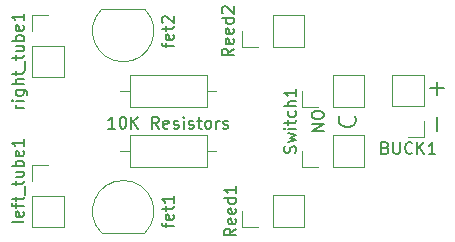
<source format=gto>
%TF.GenerationSoftware,KiCad,Pcbnew,(6.0.4)*%
%TF.CreationDate,2022-04-14T21:23:52-04:00*%
%TF.ProjectId,GEN3,47454e33-2e6b-4696-9361-645f70636258,rev?*%
%TF.SameCoordinates,Original*%
%TF.FileFunction,Legend,Top*%
%TF.FilePolarity,Positive*%
%FSLAX46Y46*%
G04 Gerber Fmt 4.6, Leading zero omitted, Abs format (unit mm)*
G04 Created by KiCad (PCBNEW (6.0.4)) date 2022-04-14 21:23:52*
%MOMM*%
%LPD*%
G01*
G04 APERTURE LIST*
%ADD10C,0.150000*%
%ADD11C,0.120000*%
G04 APERTURE END LIST*
D10*
X146502380Y-84629523D02*
X145502380Y-84629523D01*
X146502380Y-84058095D01*
X145502380Y-84058095D01*
X145502380Y-83391428D02*
X145502380Y-83200952D01*
X145550000Y-83105714D01*
X145645238Y-83010476D01*
X145835714Y-82962857D01*
X146169047Y-82962857D01*
X146359523Y-83010476D01*
X146454761Y-83105714D01*
X146502380Y-83200952D01*
X146502380Y-83391428D01*
X146454761Y-83486666D01*
X146359523Y-83581904D01*
X146169047Y-83629523D01*
X145835714Y-83629523D01*
X145645238Y-83581904D01*
X145550000Y-83486666D01*
X145502380Y-83391428D01*
X149125714Y-83355714D02*
X149197142Y-83427142D01*
X149268571Y-83641428D01*
X149268571Y-83784285D01*
X149197142Y-83998571D01*
X149054285Y-84141428D01*
X148911428Y-84212857D01*
X148625714Y-84284285D01*
X148411428Y-84284285D01*
X148125714Y-84212857D01*
X147982857Y-84141428D01*
X147840000Y-83998571D01*
X147768571Y-83784285D01*
X147768571Y-83641428D01*
X147840000Y-83427142D01*
X147911428Y-83355714D01*
X156102857Y-80478571D02*
X156102857Y-81621428D01*
X155531428Y-81050000D02*
X156674285Y-81050000D01*
X156102857Y-83478571D02*
X156102857Y-84621428D01*
%TO.C,fet1*%
X133135714Y-92820952D02*
X133135714Y-92440000D01*
X133802380Y-92678095D02*
X132945238Y-92678095D01*
X132850000Y-92630476D01*
X132802380Y-92535238D01*
X132802380Y-92440000D01*
X133754761Y-91725714D02*
X133802380Y-91820952D01*
X133802380Y-92011428D01*
X133754761Y-92106666D01*
X133659523Y-92154285D01*
X133278571Y-92154285D01*
X133183333Y-92106666D01*
X133135714Y-92011428D01*
X133135714Y-91820952D01*
X133183333Y-91725714D01*
X133278571Y-91678095D01*
X133373809Y-91678095D01*
X133469047Y-92154285D01*
X133135714Y-91392380D02*
X133135714Y-91011428D01*
X132802380Y-91249523D02*
X133659523Y-91249523D01*
X133754761Y-91201904D01*
X133802380Y-91106666D01*
X133802380Y-91011428D01*
X133802380Y-90154285D02*
X133802380Y-90725714D01*
X133802380Y-90440000D02*
X132802380Y-90440000D01*
X132945238Y-90535238D01*
X133040476Y-90630476D01*
X133088095Y-90725714D01*
%TO.C,Switch1*%
X144124761Y-86510476D02*
X144172380Y-86367619D01*
X144172380Y-86129523D01*
X144124761Y-86034285D01*
X144077142Y-85986666D01*
X143981904Y-85939047D01*
X143886666Y-85939047D01*
X143791428Y-85986666D01*
X143743809Y-86034285D01*
X143696190Y-86129523D01*
X143648571Y-86320000D01*
X143600952Y-86415238D01*
X143553333Y-86462857D01*
X143458095Y-86510476D01*
X143362857Y-86510476D01*
X143267619Y-86462857D01*
X143220000Y-86415238D01*
X143172380Y-86320000D01*
X143172380Y-86081904D01*
X143220000Y-85939047D01*
X143505714Y-85605714D02*
X144172380Y-85415238D01*
X143696190Y-85224761D01*
X144172380Y-85034285D01*
X143505714Y-84843809D01*
X144172380Y-84462857D02*
X143505714Y-84462857D01*
X143172380Y-84462857D02*
X143220000Y-84510476D01*
X143267619Y-84462857D01*
X143220000Y-84415238D01*
X143172380Y-84462857D01*
X143267619Y-84462857D01*
X143505714Y-84129523D02*
X143505714Y-83748571D01*
X143172380Y-83986666D02*
X144029523Y-83986666D01*
X144124761Y-83939047D01*
X144172380Y-83843809D01*
X144172380Y-83748571D01*
X144124761Y-82986666D02*
X144172380Y-83081904D01*
X144172380Y-83272380D01*
X144124761Y-83367619D01*
X144077142Y-83415238D01*
X143981904Y-83462857D01*
X143696190Y-83462857D01*
X143600952Y-83415238D01*
X143553333Y-83367619D01*
X143505714Y-83272380D01*
X143505714Y-83081904D01*
X143553333Y-82986666D01*
X144172380Y-82558095D02*
X143172380Y-82558095D01*
X144172380Y-82129523D02*
X143648571Y-82129523D01*
X143553333Y-82177142D01*
X143505714Y-82272380D01*
X143505714Y-82415238D01*
X143553333Y-82510476D01*
X143600952Y-82558095D01*
X144172380Y-81129523D02*
X144172380Y-81700952D01*
X144172380Y-81415238D02*
X143172380Y-81415238D01*
X143315238Y-81510476D01*
X143410476Y-81605714D01*
X143458095Y-81700952D01*
%TO.C,10K Resistors*%
X128850000Y-84442380D02*
X128278571Y-84442380D01*
X128564285Y-84442380D02*
X128564285Y-83442380D01*
X128469047Y-83585238D01*
X128373809Y-83680476D01*
X128278571Y-83728095D01*
X129469047Y-83442380D02*
X129564285Y-83442380D01*
X129659523Y-83490000D01*
X129707142Y-83537619D01*
X129754761Y-83632857D01*
X129802380Y-83823333D01*
X129802380Y-84061428D01*
X129754761Y-84251904D01*
X129707142Y-84347142D01*
X129659523Y-84394761D01*
X129564285Y-84442380D01*
X129469047Y-84442380D01*
X129373809Y-84394761D01*
X129326190Y-84347142D01*
X129278571Y-84251904D01*
X129230952Y-84061428D01*
X129230952Y-83823333D01*
X129278571Y-83632857D01*
X129326190Y-83537619D01*
X129373809Y-83490000D01*
X129469047Y-83442380D01*
X130230952Y-84442380D02*
X130230952Y-83442380D01*
X130802380Y-84442380D02*
X130373809Y-83870952D01*
X130802380Y-83442380D02*
X130230952Y-84013809D01*
X132564285Y-84442380D02*
X132230952Y-83966190D01*
X131992857Y-84442380D02*
X131992857Y-83442380D01*
X132373809Y-83442380D01*
X132469047Y-83490000D01*
X132516666Y-83537619D01*
X132564285Y-83632857D01*
X132564285Y-83775714D01*
X132516666Y-83870952D01*
X132469047Y-83918571D01*
X132373809Y-83966190D01*
X131992857Y-83966190D01*
X133373809Y-84394761D02*
X133278571Y-84442380D01*
X133088095Y-84442380D01*
X132992857Y-84394761D01*
X132945238Y-84299523D01*
X132945238Y-83918571D01*
X132992857Y-83823333D01*
X133088095Y-83775714D01*
X133278571Y-83775714D01*
X133373809Y-83823333D01*
X133421428Y-83918571D01*
X133421428Y-84013809D01*
X132945238Y-84109047D01*
X133802380Y-84394761D02*
X133897619Y-84442380D01*
X134088095Y-84442380D01*
X134183333Y-84394761D01*
X134230952Y-84299523D01*
X134230952Y-84251904D01*
X134183333Y-84156666D01*
X134088095Y-84109047D01*
X133945238Y-84109047D01*
X133850000Y-84061428D01*
X133802380Y-83966190D01*
X133802380Y-83918571D01*
X133850000Y-83823333D01*
X133945238Y-83775714D01*
X134088095Y-83775714D01*
X134183333Y-83823333D01*
X134659523Y-84442380D02*
X134659523Y-83775714D01*
X134659523Y-83442380D02*
X134611904Y-83490000D01*
X134659523Y-83537619D01*
X134707142Y-83490000D01*
X134659523Y-83442380D01*
X134659523Y-83537619D01*
X135088095Y-84394761D02*
X135183333Y-84442380D01*
X135373809Y-84442380D01*
X135469047Y-84394761D01*
X135516666Y-84299523D01*
X135516666Y-84251904D01*
X135469047Y-84156666D01*
X135373809Y-84109047D01*
X135230952Y-84109047D01*
X135135714Y-84061428D01*
X135088095Y-83966190D01*
X135088095Y-83918571D01*
X135135714Y-83823333D01*
X135230952Y-83775714D01*
X135373809Y-83775714D01*
X135469047Y-83823333D01*
X135802380Y-83775714D02*
X136183333Y-83775714D01*
X135945238Y-83442380D02*
X135945238Y-84299523D01*
X135992857Y-84394761D01*
X136088095Y-84442380D01*
X136183333Y-84442380D01*
X136659523Y-84442380D02*
X136564285Y-84394761D01*
X136516666Y-84347142D01*
X136469047Y-84251904D01*
X136469047Y-83966190D01*
X136516666Y-83870952D01*
X136564285Y-83823333D01*
X136659523Y-83775714D01*
X136802380Y-83775714D01*
X136897619Y-83823333D01*
X136945238Y-83870952D01*
X136992857Y-83966190D01*
X136992857Y-84251904D01*
X136945238Y-84347142D01*
X136897619Y-84394761D01*
X136802380Y-84442380D01*
X136659523Y-84442380D01*
X137421428Y-84442380D02*
X137421428Y-83775714D01*
X137421428Y-83966190D02*
X137469047Y-83870952D01*
X137516666Y-83823333D01*
X137611904Y-83775714D01*
X137707142Y-83775714D01*
X137992857Y-84394761D02*
X138088095Y-84442380D01*
X138278571Y-84442380D01*
X138373809Y-84394761D01*
X138421428Y-84299523D01*
X138421428Y-84251904D01*
X138373809Y-84156666D01*
X138278571Y-84109047D01*
X138135714Y-84109047D01*
X138040476Y-84061428D01*
X137992857Y-83966190D01*
X137992857Y-83918571D01*
X138040476Y-83823333D01*
X138135714Y-83775714D01*
X138278571Y-83775714D01*
X138373809Y-83823333D01*
%TO.C,BUCK1*%
X151741428Y-86078571D02*
X151884285Y-86126190D01*
X151931904Y-86173809D01*
X151979523Y-86269047D01*
X151979523Y-86411904D01*
X151931904Y-86507142D01*
X151884285Y-86554761D01*
X151789047Y-86602380D01*
X151408095Y-86602380D01*
X151408095Y-85602380D01*
X151741428Y-85602380D01*
X151836666Y-85650000D01*
X151884285Y-85697619D01*
X151931904Y-85792857D01*
X151931904Y-85888095D01*
X151884285Y-85983333D01*
X151836666Y-86030952D01*
X151741428Y-86078571D01*
X151408095Y-86078571D01*
X152408095Y-85602380D02*
X152408095Y-86411904D01*
X152455714Y-86507142D01*
X152503333Y-86554761D01*
X152598571Y-86602380D01*
X152789047Y-86602380D01*
X152884285Y-86554761D01*
X152931904Y-86507142D01*
X152979523Y-86411904D01*
X152979523Y-85602380D01*
X154027142Y-86507142D02*
X153979523Y-86554761D01*
X153836666Y-86602380D01*
X153741428Y-86602380D01*
X153598571Y-86554761D01*
X153503333Y-86459523D01*
X153455714Y-86364285D01*
X153408095Y-86173809D01*
X153408095Y-86030952D01*
X153455714Y-85840476D01*
X153503333Y-85745238D01*
X153598571Y-85650000D01*
X153741428Y-85602380D01*
X153836666Y-85602380D01*
X153979523Y-85650000D01*
X154027142Y-85697619D01*
X154455714Y-86602380D02*
X154455714Y-85602380D01*
X155027142Y-86602380D02*
X154598571Y-86030952D01*
X155027142Y-85602380D02*
X154455714Y-86173809D01*
X155979523Y-86602380D02*
X155408095Y-86602380D01*
X155693809Y-86602380D02*
X155693809Y-85602380D01*
X155598571Y-85745238D01*
X155503333Y-85840476D01*
X155408095Y-85888095D01*
%TO.C,Reed1*%
X139092380Y-92916190D02*
X138616190Y-93249523D01*
X139092380Y-93487619D02*
X138092380Y-93487619D01*
X138092380Y-93106666D01*
X138140000Y-93011428D01*
X138187619Y-92963809D01*
X138282857Y-92916190D01*
X138425714Y-92916190D01*
X138520952Y-92963809D01*
X138568571Y-93011428D01*
X138616190Y-93106666D01*
X138616190Y-93487619D01*
X139044761Y-92106666D02*
X139092380Y-92201904D01*
X139092380Y-92392380D01*
X139044761Y-92487619D01*
X138949523Y-92535238D01*
X138568571Y-92535238D01*
X138473333Y-92487619D01*
X138425714Y-92392380D01*
X138425714Y-92201904D01*
X138473333Y-92106666D01*
X138568571Y-92059047D01*
X138663809Y-92059047D01*
X138759047Y-92535238D01*
X139044761Y-91249523D02*
X139092380Y-91344761D01*
X139092380Y-91535238D01*
X139044761Y-91630476D01*
X138949523Y-91678095D01*
X138568571Y-91678095D01*
X138473333Y-91630476D01*
X138425714Y-91535238D01*
X138425714Y-91344761D01*
X138473333Y-91249523D01*
X138568571Y-91201904D01*
X138663809Y-91201904D01*
X138759047Y-91678095D01*
X139092380Y-90344761D02*
X138092380Y-90344761D01*
X139044761Y-90344761D02*
X139092380Y-90440000D01*
X139092380Y-90630476D01*
X139044761Y-90725714D01*
X138997142Y-90773333D01*
X138901904Y-90820952D01*
X138616190Y-90820952D01*
X138520952Y-90773333D01*
X138473333Y-90725714D01*
X138425714Y-90630476D01*
X138425714Y-90440000D01*
X138473333Y-90344761D01*
X139092380Y-89344761D02*
X139092380Y-89916190D01*
X139092380Y-89630476D02*
X138092380Y-89630476D01*
X138235238Y-89725714D01*
X138330476Y-89820952D01*
X138378095Y-89916190D01*
%TO.C,fet2*%
X133135714Y-77580952D02*
X133135714Y-77200000D01*
X133802380Y-77438095D02*
X132945238Y-77438095D01*
X132850000Y-77390476D01*
X132802380Y-77295238D01*
X132802380Y-77200000D01*
X133754761Y-76485714D02*
X133802380Y-76580952D01*
X133802380Y-76771428D01*
X133754761Y-76866666D01*
X133659523Y-76914285D01*
X133278571Y-76914285D01*
X133183333Y-76866666D01*
X133135714Y-76771428D01*
X133135714Y-76580952D01*
X133183333Y-76485714D01*
X133278571Y-76438095D01*
X133373809Y-76438095D01*
X133469047Y-76914285D01*
X133135714Y-76152380D02*
X133135714Y-75771428D01*
X132802380Y-76009523D02*
X133659523Y-76009523D01*
X133754761Y-75961904D01*
X133802380Y-75866666D01*
X133802380Y-75771428D01*
X132897619Y-75485714D02*
X132850000Y-75438095D01*
X132802380Y-75342857D01*
X132802380Y-75104761D01*
X132850000Y-75009523D01*
X132897619Y-74961904D01*
X132992857Y-74914285D01*
X133088095Y-74914285D01*
X133230952Y-74961904D01*
X133802380Y-75533333D01*
X133802380Y-74914285D01*
%TO.C,right_tube1*%
X121102380Y-82716190D02*
X120435714Y-82716190D01*
X120626190Y-82716190D02*
X120530952Y-82668571D01*
X120483333Y-82620952D01*
X120435714Y-82525714D01*
X120435714Y-82430476D01*
X121102380Y-82097142D02*
X120435714Y-82097142D01*
X120102380Y-82097142D02*
X120150000Y-82144761D01*
X120197619Y-82097142D01*
X120150000Y-82049523D01*
X120102380Y-82097142D01*
X120197619Y-82097142D01*
X120435714Y-81192380D02*
X121245238Y-81192380D01*
X121340476Y-81240000D01*
X121388095Y-81287619D01*
X121435714Y-81382857D01*
X121435714Y-81525714D01*
X121388095Y-81620952D01*
X121054761Y-81192380D02*
X121102380Y-81287619D01*
X121102380Y-81478095D01*
X121054761Y-81573333D01*
X121007142Y-81620952D01*
X120911904Y-81668571D01*
X120626190Y-81668571D01*
X120530952Y-81620952D01*
X120483333Y-81573333D01*
X120435714Y-81478095D01*
X120435714Y-81287619D01*
X120483333Y-81192380D01*
X121102380Y-80716190D02*
X120102380Y-80716190D01*
X121102380Y-80287619D02*
X120578571Y-80287619D01*
X120483333Y-80335238D01*
X120435714Y-80430476D01*
X120435714Y-80573333D01*
X120483333Y-80668571D01*
X120530952Y-80716190D01*
X120435714Y-79954285D02*
X120435714Y-79573333D01*
X120102380Y-79811428D02*
X120959523Y-79811428D01*
X121054761Y-79763809D01*
X121102380Y-79668571D01*
X121102380Y-79573333D01*
X121197619Y-79478095D02*
X121197619Y-78716190D01*
X120435714Y-78620952D02*
X120435714Y-78240000D01*
X120102380Y-78478095D02*
X120959523Y-78478095D01*
X121054761Y-78430476D01*
X121102380Y-78335238D01*
X121102380Y-78240000D01*
X120435714Y-77478095D02*
X121102380Y-77478095D01*
X120435714Y-77906666D02*
X120959523Y-77906666D01*
X121054761Y-77859047D01*
X121102380Y-77763809D01*
X121102380Y-77620952D01*
X121054761Y-77525714D01*
X121007142Y-77478095D01*
X121102380Y-77001904D02*
X120102380Y-77001904D01*
X120483333Y-77001904D02*
X120435714Y-76906666D01*
X120435714Y-76716190D01*
X120483333Y-76620952D01*
X120530952Y-76573333D01*
X120626190Y-76525714D01*
X120911904Y-76525714D01*
X121007142Y-76573333D01*
X121054761Y-76620952D01*
X121102380Y-76716190D01*
X121102380Y-76906666D01*
X121054761Y-77001904D01*
X121054761Y-75716190D02*
X121102380Y-75811428D01*
X121102380Y-76001904D01*
X121054761Y-76097142D01*
X120959523Y-76144761D01*
X120578571Y-76144761D01*
X120483333Y-76097142D01*
X120435714Y-76001904D01*
X120435714Y-75811428D01*
X120483333Y-75716190D01*
X120578571Y-75668571D01*
X120673809Y-75668571D01*
X120769047Y-76144761D01*
X121102380Y-74716190D02*
X121102380Y-75287619D01*
X121102380Y-75001904D02*
X120102380Y-75001904D01*
X120245238Y-75097142D01*
X120340476Y-75192380D01*
X120388095Y-75287619D01*
%TO.C,Reed2*%
X138882380Y-77676190D02*
X138406190Y-78009523D01*
X138882380Y-78247619D02*
X137882380Y-78247619D01*
X137882380Y-77866666D01*
X137930000Y-77771428D01*
X137977619Y-77723809D01*
X138072857Y-77676190D01*
X138215714Y-77676190D01*
X138310952Y-77723809D01*
X138358571Y-77771428D01*
X138406190Y-77866666D01*
X138406190Y-78247619D01*
X138834761Y-76866666D02*
X138882380Y-76961904D01*
X138882380Y-77152380D01*
X138834761Y-77247619D01*
X138739523Y-77295238D01*
X138358571Y-77295238D01*
X138263333Y-77247619D01*
X138215714Y-77152380D01*
X138215714Y-76961904D01*
X138263333Y-76866666D01*
X138358571Y-76819047D01*
X138453809Y-76819047D01*
X138549047Y-77295238D01*
X138834761Y-76009523D02*
X138882380Y-76104761D01*
X138882380Y-76295238D01*
X138834761Y-76390476D01*
X138739523Y-76438095D01*
X138358571Y-76438095D01*
X138263333Y-76390476D01*
X138215714Y-76295238D01*
X138215714Y-76104761D01*
X138263333Y-76009523D01*
X138358571Y-75961904D01*
X138453809Y-75961904D01*
X138549047Y-76438095D01*
X138882380Y-75104761D02*
X137882380Y-75104761D01*
X138834761Y-75104761D02*
X138882380Y-75200000D01*
X138882380Y-75390476D01*
X138834761Y-75485714D01*
X138787142Y-75533333D01*
X138691904Y-75580952D01*
X138406190Y-75580952D01*
X138310952Y-75533333D01*
X138263333Y-75485714D01*
X138215714Y-75390476D01*
X138215714Y-75200000D01*
X138263333Y-75104761D01*
X137977619Y-74676190D02*
X137930000Y-74628571D01*
X137882380Y-74533333D01*
X137882380Y-74295238D01*
X137930000Y-74200000D01*
X137977619Y-74152380D01*
X138072857Y-74104761D01*
X138168095Y-74104761D01*
X138310952Y-74152380D01*
X138882380Y-74723809D01*
X138882380Y-74104761D01*
%TO.C,left_tube1*%
X121102380Y-92257142D02*
X121054761Y-92352380D01*
X120959523Y-92400000D01*
X120102380Y-92400000D01*
X121054761Y-91495238D02*
X121102380Y-91590476D01*
X121102380Y-91780952D01*
X121054761Y-91876190D01*
X120959523Y-91923809D01*
X120578571Y-91923809D01*
X120483333Y-91876190D01*
X120435714Y-91780952D01*
X120435714Y-91590476D01*
X120483333Y-91495238D01*
X120578571Y-91447619D01*
X120673809Y-91447619D01*
X120769047Y-91923809D01*
X120435714Y-91161904D02*
X120435714Y-90780952D01*
X121102380Y-91019047D02*
X120245238Y-91019047D01*
X120150000Y-90971428D01*
X120102380Y-90876190D01*
X120102380Y-90780952D01*
X120435714Y-90590476D02*
X120435714Y-90209523D01*
X120102380Y-90447619D02*
X120959523Y-90447619D01*
X121054761Y-90400000D01*
X121102380Y-90304761D01*
X121102380Y-90209523D01*
X121197619Y-90114285D02*
X121197619Y-89352380D01*
X120435714Y-89257142D02*
X120435714Y-88876190D01*
X120102380Y-89114285D02*
X120959523Y-89114285D01*
X121054761Y-89066666D01*
X121102380Y-88971428D01*
X121102380Y-88876190D01*
X120435714Y-88114285D02*
X121102380Y-88114285D01*
X120435714Y-88542857D02*
X120959523Y-88542857D01*
X121054761Y-88495238D01*
X121102380Y-88400000D01*
X121102380Y-88257142D01*
X121054761Y-88161904D01*
X121007142Y-88114285D01*
X121102380Y-87638095D02*
X120102380Y-87638095D01*
X120483333Y-87638095D02*
X120435714Y-87542857D01*
X120435714Y-87352380D01*
X120483333Y-87257142D01*
X120530952Y-87209523D01*
X120626190Y-87161904D01*
X120911904Y-87161904D01*
X121007142Y-87209523D01*
X121054761Y-87257142D01*
X121102380Y-87352380D01*
X121102380Y-87542857D01*
X121054761Y-87638095D01*
X121054761Y-86352380D02*
X121102380Y-86447619D01*
X121102380Y-86638095D01*
X121054761Y-86733333D01*
X120959523Y-86780952D01*
X120578571Y-86780952D01*
X120483333Y-86733333D01*
X120435714Y-86638095D01*
X120435714Y-86447619D01*
X120483333Y-86352380D01*
X120578571Y-86304761D01*
X120673809Y-86304761D01*
X120769047Y-86780952D01*
X121102380Y-85352380D02*
X121102380Y-85923809D01*
X121102380Y-85638095D02*
X120102380Y-85638095D01*
X120245238Y-85733333D01*
X120340476Y-85828571D01*
X120388095Y-85923809D01*
D11*
%TO.C,fet1*%
X127740000Y-93290000D02*
X131340000Y-93290000D01*
X129540000Y-88839999D02*
G75*
G03*
X127701522Y-93278478I0J-2600001D01*
G01*
X131378478Y-93278478D02*
G75*
G03*
X129540000Y-88840000I-1838478J1838478D01*
G01*
%TO.C,Switch1*%
X147320000Y-85030000D02*
X149920000Y-85030000D01*
X146050000Y-87690000D02*
X144720000Y-87690000D01*
X149920000Y-87690000D02*
X149920000Y-85030000D01*
X147320000Y-87690000D02*
X147320000Y-85030000D01*
X147320000Y-87690000D02*
X149920000Y-87690000D01*
X144720000Y-87690000D02*
X144720000Y-86360000D01*
%TO.C,10K Resistors*%
X136620000Y-87730000D02*
X136620000Y-84990000D01*
X136620000Y-84990000D02*
X130080000Y-84990000D01*
X129310000Y-86360000D02*
X130080000Y-86360000D01*
X130080000Y-87730000D02*
X136620000Y-87730000D01*
X130080000Y-84990000D02*
X130080000Y-87730000D01*
X137390000Y-86360000D02*
X136620000Y-86360000D01*
%TO.C,BUCK1*%
X155000000Y-85150000D02*
X153670000Y-85150000D01*
X155000000Y-79950000D02*
X152340000Y-79950000D01*
X155000000Y-83820000D02*
X155000000Y-85150000D01*
X155000000Y-82550000D02*
X152340000Y-82550000D01*
X152340000Y-82550000D02*
X152340000Y-79950000D01*
X155000000Y-82550000D02*
X155000000Y-79950000D01*
%TO.C,Reed1*%
X142240000Y-92770000D02*
X142240000Y-90110000D01*
X142240000Y-92770000D02*
X144840000Y-92770000D01*
X142240000Y-90110000D02*
X144840000Y-90110000D01*
X140970000Y-92770000D02*
X139640000Y-92770000D01*
X139640000Y-92770000D02*
X139640000Y-91440000D01*
X144840000Y-92770000D02*
X144840000Y-90110000D01*
%TO.C,fet2*%
X131340000Y-74350000D02*
X127740000Y-74350000D01*
X127701522Y-74361522D02*
G75*
G03*
X129540000Y-78800000I1838478J-1838478D01*
G01*
X129540000Y-78800001D02*
G75*
G03*
X131378478Y-74361522I0J2600001D01*
G01*
%TO.C,R1*%
X130080000Y-79910000D02*
X130080000Y-82650000D01*
X130080000Y-82650000D02*
X136620000Y-82650000D01*
X136620000Y-79910000D02*
X130080000Y-79910000D01*
X136620000Y-82650000D02*
X136620000Y-79910000D01*
X137390000Y-81280000D02*
X136620000Y-81280000D01*
X129310000Y-81280000D02*
X130080000Y-81280000D01*
%TO.C,right_tube1*%
X121860000Y-76200000D02*
X121860000Y-74870000D01*
X124520000Y-77470000D02*
X124520000Y-80070000D01*
X121860000Y-80070000D02*
X124520000Y-80070000D01*
X121860000Y-77470000D02*
X124520000Y-77470000D01*
X121860000Y-77470000D02*
X121860000Y-80070000D01*
X121860000Y-74870000D02*
X123190000Y-74870000D01*
%TO.C,switch2*%
X144720000Y-82610000D02*
X144720000Y-81280000D01*
X149920000Y-82610000D02*
X149920000Y-79950000D01*
X146050000Y-82610000D02*
X144720000Y-82610000D01*
X147320000Y-82610000D02*
X147320000Y-79950000D01*
X147320000Y-79950000D02*
X149920000Y-79950000D01*
X147320000Y-82610000D02*
X149920000Y-82610000D01*
%TO.C,Reed2*%
X142240000Y-77530000D02*
X142240000Y-74870000D01*
X144840000Y-77530000D02*
X144840000Y-74870000D01*
X142240000Y-77530000D02*
X144840000Y-77530000D01*
X142240000Y-74870000D02*
X144840000Y-74870000D01*
X140970000Y-77530000D02*
X139640000Y-77530000D01*
X139640000Y-77530000D02*
X139640000Y-76200000D01*
%TO.C,left_tube1*%
X121860000Y-87570000D02*
X123190000Y-87570000D01*
X121860000Y-90170000D02*
X121860000Y-92770000D01*
X124520000Y-90170000D02*
X124520000Y-92770000D01*
X121860000Y-92770000D02*
X124520000Y-92770000D01*
X121860000Y-90170000D02*
X124520000Y-90170000D01*
X121860000Y-88900000D02*
X121860000Y-87570000D01*
%TD*%
M02*

</source>
